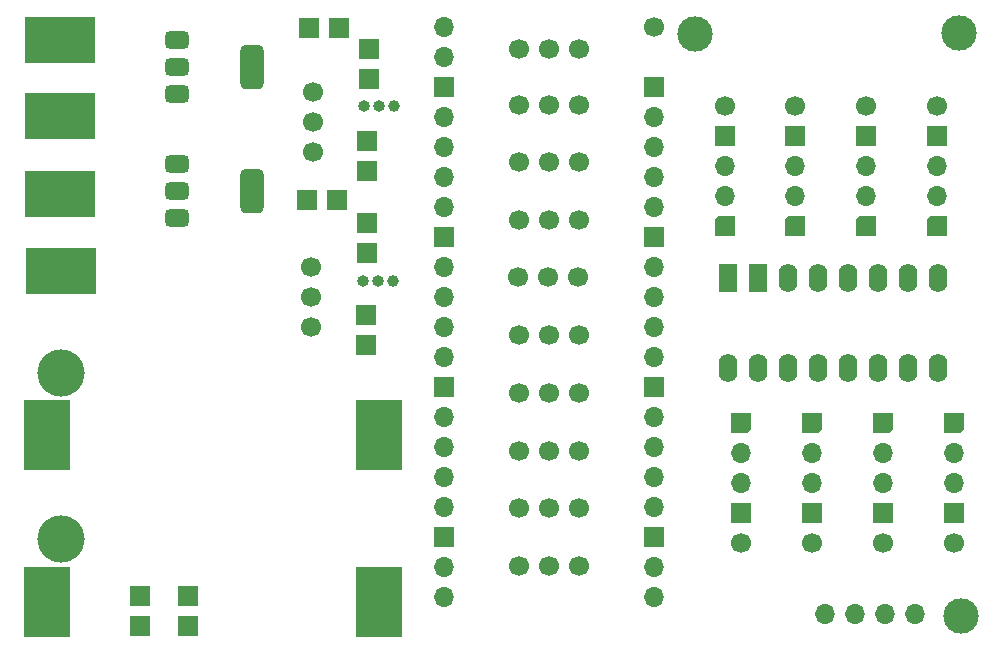
<source format=gts>
G04 #@! TF.GenerationSoftware,KiCad,Pcbnew,9.0.4*
G04 #@! TF.CreationDate,2026-01-06T18:54:23+03:00*
G04 #@! TF.ProjectId,pico-hd-mcu-v3,7069636f-2d68-4642-9d6d-63752d76332e,rev?*
G04 #@! TF.SameCoordinates,Original*
G04 #@! TF.FileFunction,Soldermask,Top*
G04 #@! TF.FilePolarity,Negative*
%FSLAX46Y46*%
G04 Gerber Fmt 4.6, Leading zero omitted, Abs format (unit mm)*
G04 Created by KiCad (PCBNEW 9.0.4) date 2026-01-06 18:54:23*
%MOMM*%
%LPD*%
G01*
G04 APERTURE LIST*
G04 Aperture macros list*
%AMRoundRect*
0 Rectangle with rounded corners*
0 $1 Rounding radius*
0 $2 $3 $4 $5 $6 $7 $8 $9 X,Y pos of 4 corners*
0 Add a 4 corners polygon primitive as box body*
4,1,4,$2,$3,$4,$5,$6,$7,$8,$9,$2,$3,0*
0 Add four circle primitives for the rounded corners*
1,1,$1+$1,$2,$3*
1,1,$1+$1,$4,$5*
1,1,$1+$1,$6,$7*
1,1,$1+$1,$8,$9*
0 Add four rect primitives between the rounded corners*
20,1,$1+$1,$2,$3,$4,$5,0*
20,1,$1+$1,$4,$5,$6,$7,0*
20,1,$1+$1,$6,$7,$8,$9,0*
20,1,$1+$1,$8,$9,$2,$3,0*%
%AMOutline5P*
0 Free polygon, 5 corners , with rotation*
0 The origin of the aperture is its center*
0 number of corners: always 5*
0 $1 to $10 corner X, Y*
0 $11 Rotation angle, in degrees counterclockwise*
0 create outline with 5 corners*
4,1,5,$1,$2,$3,$4,$5,$6,$7,$8,$9,$10,$1,$2,$11*%
%AMOutline6P*
0 Free polygon, 6 corners , with rotation*
0 The origin of the aperture is its center*
0 number of corners: always 6*
0 $1 to $12 corner X, Y*
0 $13 Rotation angle, in degrees counterclockwise*
0 create outline with 6 corners*
4,1,6,$1,$2,$3,$4,$5,$6,$7,$8,$9,$10,$11,$12,$1,$2,$13*%
%AMOutline7P*
0 Free polygon, 7 corners , with rotation*
0 The origin of the aperture is its center*
0 number of corners: always 7*
0 $1 to $14 corner X, Y*
0 $15 Rotation angle, in degrees counterclockwise*
0 create outline with 7 corners*
4,1,7,$1,$2,$3,$4,$5,$6,$7,$8,$9,$10,$11,$12,$13,$14,$1,$2,$15*%
%AMOutline8P*
0 Free polygon, 8 corners , with rotation*
0 The origin of the aperture is its center*
0 number of corners: always 8*
0 $1 to $16 corner X, Y*
0 $17 Rotation angle, in degrees counterclockwise*
0 create outline with 8 corners*
4,1,8,$1,$2,$3,$4,$5,$6,$7,$8,$9,$10,$11,$12,$13,$14,$15,$16,$1,$2,$17*%
G04 Aperture macros list end*
%ADD10O,1.700000X1.700000*%
%ADD11R,1.700000X1.700000*%
%ADD12R,1.800000X1.800000*%
%ADD13C,1.700000*%
%ADD14Outline5P,-0.850000X0.510000X-0.510000X0.850000X0.850000X0.850000X0.850000X-0.850000X-0.850000X-0.850000X180.000000*%
%ADD15Outline5P,-0.850000X0.510000X-0.510000X0.850000X0.850000X0.850000X0.850000X-0.850000X-0.850000X-0.850000X0.000000*%
%ADD16C,4.000000*%
%ADD17RoundRect,0.375000X-0.625000X-0.375000X0.625000X-0.375000X0.625000X0.375000X-0.625000X0.375000X0*%
%ADD18RoundRect,0.500000X-0.500000X-1.400000X0.500000X-1.400000X0.500000X1.400000X-0.500000X1.400000X0*%
%ADD19C,3.000000*%
%ADD20R,6.000000X4.000000*%
%ADD21O,1.000000X1.000000*%
%ADD22C,1.000000*%
%ADD23O,1.600000X2.400000*%
%ADD24R,1.600000X2.400000*%
%ADD25R,4.000000X6.000000*%
G04 APERTURE END LIST*
D10*
X112255000Y-72360000D03*
X107175000Y-72360000D03*
X104635000Y-72360000D03*
X109715000Y-72360000D03*
X90196500Y-70939000D03*
X90196500Y-68399000D03*
D11*
X90182500Y-65822500D03*
D10*
X90182500Y-60742500D03*
X90182500Y-58202500D03*
X90182500Y-55662500D03*
D11*
X90182500Y-53122500D03*
D10*
X90182500Y-50582500D03*
X90182500Y-48042500D03*
X90182500Y-45502500D03*
X90182500Y-42962500D03*
D11*
X90182500Y-40422500D03*
D10*
X90182500Y-37882500D03*
X90182500Y-35342500D03*
X90182500Y-32802500D03*
X90182500Y-30262500D03*
D11*
X90182500Y-27722500D03*
D10*
X72402500Y-22642500D03*
X72402500Y-25182500D03*
D11*
X72402500Y-27722500D03*
D10*
X72402500Y-30262500D03*
X72402500Y-32802500D03*
X72402500Y-35342500D03*
X72402500Y-37882500D03*
D11*
X72402500Y-40422500D03*
D10*
X72402500Y-42962500D03*
X72402500Y-45502500D03*
X72402500Y-48042500D03*
X72402500Y-50582500D03*
D11*
X72402500Y-53122500D03*
D10*
X72402500Y-55662500D03*
X72402500Y-58202500D03*
X72402500Y-60742500D03*
X72402500Y-63282500D03*
D11*
X72402500Y-65822500D03*
D10*
X72402500Y-68362500D03*
X72402500Y-70902500D03*
D12*
X50717500Y-70842500D03*
X50717500Y-73382500D03*
X46712500Y-70852500D03*
X46712500Y-73392500D03*
D13*
X90200000Y-22650000D03*
X103587500Y-66357500D03*
D11*
X103587500Y-63817500D03*
D10*
X103587500Y-61277500D03*
X103587500Y-58737500D03*
D14*
X103587500Y-56197500D03*
D13*
X114177500Y-29367500D03*
D11*
X114177500Y-31907500D03*
D10*
X114177500Y-34447500D03*
X114177500Y-36987500D03*
D15*
X114177500Y-39527500D03*
D16*
X40000000Y-52000000D03*
D13*
X61300000Y-30692500D03*
X61300000Y-28152500D03*
X61300000Y-33232500D03*
D12*
X60960000Y-22785000D03*
X63500000Y-22785000D03*
D17*
X49850000Y-34252500D03*
X49850000Y-38852500D03*
D18*
X56150000Y-36552500D03*
D17*
X49850000Y-36552500D03*
D19*
X116040000Y-23190000D03*
D10*
X90170000Y-63280000D03*
D12*
X65830000Y-49632500D03*
X65830000Y-47092500D03*
D13*
X96177500Y-29367500D03*
D11*
X96177500Y-31907500D03*
D10*
X96177500Y-34447500D03*
X96177500Y-36987500D03*
D15*
X96177500Y-39527500D03*
D20*
X39867500Y-23800000D03*
D13*
X109587500Y-66357500D03*
D11*
X109587500Y-63817500D03*
D10*
X109587500Y-61277500D03*
X109587500Y-58737500D03*
D14*
X109587500Y-56197500D03*
D12*
X60810000Y-37280000D03*
X63350000Y-37280000D03*
D21*
X66820000Y-44157500D03*
X65550000Y-44157500D03*
D22*
X68090000Y-44157500D03*
D19*
X116150000Y-72500000D03*
D13*
X108177500Y-29367500D03*
D11*
X108177500Y-31907500D03*
D10*
X108177500Y-34447500D03*
X108177500Y-36987500D03*
D15*
X108177500Y-39527500D03*
D16*
X40000000Y-66042500D03*
D17*
X49850000Y-23752500D03*
X49850000Y-28352500D03*
D18*
X56150000Y-26052500D03*
D17*
X49850000Y-26052500D03*
D13*
X61200000Y-45492500D03*
X61200000Y-42952500D03*
X61200000Y-48032500D03*
D19*
X93675000Y-23242500D03*
D20*
X39900000Y-30200000D03*
D13*
X97587500Y-66357500D03*
D11*
X97587500Y-63817500D03*
D10*
X97587500Y-61277500D03*
X97587500Y-58737500D03*
D14*
X97587500Y-56197500D03*
D13*
X115587500Y-66357500D03*
D11*
X115587500Y-63817500D03*
D10*
X115587500Y-61277500D03*
X115587500Y-58737500D03*
D14*
X115587500Y-56197500D03*
D20*
X39910000Y-36787500D03*
D12*
X65920000Y-41837500D03*
X65920000Y-39297500D03*
D21*
X66920000Y-29377500D03*
X65650000Y-29377500D03*
D22*
X68190000Y-29377500D03*
D20*
X39995000Y-43357500D03*
D12*
X65940000Y-34832500D03*
X65940000Y-32292500D03*
D13*
X102177500Y-29367500D03*
D11*
X102177500Y-31907500D03*
D10*
X102177500Y-34447500D03*
X102177500Y-36987500D03*
D15*
X102177500Y-39527500D03*
D12*
X66035000Y-27062500D03*
X66035000Y-24522500D03*
D23*
X114255000Y-43927500D03*
X111715000Y-43927500D03*
X109175000Y-43927500D03*
X106635000Y-43927500D03*
X104095000Y-43927500D03*
X101555000Y-43927500D03*
D24*
X99015000Y-43927500D03*
X96475000Y-43927500D03*
D23*
X96475000Y-51547500D03*
X99015000Y-51547500D03*
X101555000Y-51547500D03*
X104095000Y-51547500D03*
X106635000Y-51547500D03*
X109175000Y-51547500D03*
X111715000Y-51547500D03*
X114255000Y-51547500D03*
D13*
X83850000Y-63430000D03*
X81310000Y-63430000D03*
X78770000Y-63430000D03*
X83850000Y-24550000D03*
X81310000Y-24550000D03*
X78770000Y-24550000D03*
D25*
X66947500Y-71352500D03*
X38847500Y-71352500D03*
X66947500Y-57252500D03*
X38847500Y-57252500D03*
D13*
X83810000Y-53620000D03*
X81270000Y-53620000D03*
X78730000Y-53620000D03*
X83850000Y-68280000D03*
X81310000Y-68280000D03*
X78770000Y-68280000D03*
X83840000Y-29310000D03*
X81300000Y-29310000D03*
X78760000Y-29310000D03*
X83842500Y-34100000D03*
X81302500Y-34100000D03*
X78762500Y-34100000D03*
X83830000Y-58560000D03*
X81290000Y-58560000D03*
X78750000Y-58560000D03*
X83840000Y-38980000D03*
X81300000Y-38980000D03*
X78760000Y-38980000D03*
X83780000Y-43840000D03*
X81240000Y-43840000D03*
X78700000Y-43840000D03*
X83810000Y-48730000D03*
X81270000Y-48730000D03*
X78730000Y-48730000D03*
M02*

</source>
